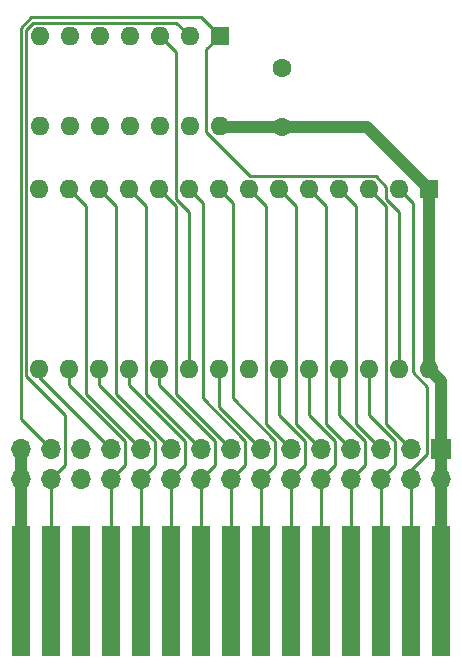
<source format=gbr>
%TF.GenerationSoftware,KiCad,Pcbnew,(6.0.5-0)*%
%TF.CreationDate,2022-07-04T15:33:58-04:00*%
%TF.ProjectId,SVI328MSX,53564933-3238-44d5-9358-2e6b69636164,rev?*%
%TF.SameCoordinates,Original*%
%TF.FileFunction,Copper,L1,Top*%
%TF.FilePolarity,Positive*%
%FSLAX46Y46*%
G04 Gerber Fmt 4.6, Leading zero omitted, Abs format (unit mm)*
G04 Created by KiCad (PCBNEW (6.0.5-0)) date 2022-07-04 15:33:58*
%MOMM*%
%LPD*%
G01*
G04 APERTURE LIST*
%TA.AperFunction,ConnectorPad*%
%ADD10R,1.500000X11.000000*%
%TD*%
%TA.AperFunction,ComponentPad*%
%ADD11R,1.600000X1.600000*%
%TD*%
%TA.AperFunction,ComponentPad*%
%ADD12O,1.600000X1.600000*%
%TD*%
%TA.AperFunction,ComponentPad*%
%ADD13C,1.600000*%
%TD*%
%TA.AperFunction,ComponentPad*%
%ADD14R,1.700000X1.700000*%
%TD*%
%TA.AperFunction,ComponentPad*%
%ADD15O,1.700000X1.700000*%
%TD*%
%TA.AperFunction,Conductor*%
%ADD16C,0.250000*%
%TD*%
%TA.AperFunction,Conductor*%
%ADD17C,1.000000*%
%TD*%
G04 APERTURE END LIST*
D10*
%TO.P,J1,2*%
%TO.N,VCC*%
X152240000Y-98000000D03*
%TO.P,J1,4*%
%TO.N,A12*%
X149700000Y-98000000D03*
%TO.P,J1,6*%
%TO.N,A13*%
X147160000Y-98000000D03*
%TO.P,J1,8*%
%TO.N,A8*%
X144620000Y-98000000D03*
%TO.P,J1,10*%
%TO.N,A9*%
X142080000Y-98000000D03*
%TO.P,J1,12*%
%TO.N,A11*%
X139540000Y-98000000D03*
%TO.P,J1,14*%
%TO.N,A2*%
X137000000Y-98000000D03*
%TO.P,J1,16*%
%TO.N,A1*%
X134460000Y-98000000D03*
%TO.P,J1,18*%
%TO.N,D7*%
X131920000Y-98000000D03*
%TO.P,J1,20*%
%TO.N,D6*%
X129380000Y-98000000D03*
%TO.P,J1,22*%
%TO.N,D5*%
X126840000Y-98000000D03*
%TO.P,J1,24*%
%TO.N,D4*%
X124300000Y-98000000D03*
%TO.P,J1,26*%
%TO.N,Net-(J1-Pad26)*%
X121760000Y-98000000D03*
%TO.P,J1,28*%
%TO.N,CS2*%
X119220000Y-98000000D03*
%TO.P,J1,30*%
%TO.N,GND*%
X116680000Y-98000000D03*
%TD*%
D11*
%TO.P,U2,1*%
%TO.N,CS1*%
X133500000Y-51000000D03*
D12*
%TO.P,U2,2*%
%TO.N,CS2*%
X130960000Y-51000000D03*
%TO.P,U2,3*%
%TO.N,Net-(U1-Pad20)*%
X128420000Y-51000000D03*
%TO.P,U2,4*%
%TO.N,GND*%
X125880000Y-51000000D03*
%TO.P,U2,5*%
X123340000Y-51000000D03*
%TO.P,U2,6*%
%TO.N,Net-(U2-Pad6)*%
X120800000Y-51000000D03*
%TO.P,U2,7*%
%TO.N,GND*%
X118260000Y-51000000D03*
%TO.P,U2,8*%
%TO.N,Net-(U2-Pad8)*%
X118260000Y-58620000D03*
%TO.P,U2,9*%
%TO.N,GND*%
X120800000Y-58620000D03*
%TO.P,U2,10*%
X123340000Y-58620000D03*
%TO.P,U2,11*%
%TO.N,Net-(U2-Pad11)*%
X125880000Y-58620000D03*
%TO.P,U2,12*%
%TO.N,GND*%
X128420000Y-58620000D03*
%TO.P,U2,13*%
X130960000Y-58620000D03*
%TO.P,U2,14*%
%TO.N,VCC*%
X133500000Y-58620000D03*
%TD*%
D11*
%TO.P,U1,1*%
%TO.N,VCC*%
X151250000Y-64000000D03*
D12*
%TO.P,U1,2*%
%TO.N,A12*%
X148710000Y-64000000D03*
%TO.P,U1,3*%
%TO.N,A7*%
X146170000Y-64000000D03*
%TO.P,U1,4*%
%TO.N,A6*%
X143630000Y-64000000D03*
%TO.P,U1,5*%
%TO.N,A5*%
X141090000Y-64000000D03*
%TO.P,U1,6*%
%TO.N,A4*%
X138550000Y-64000000D03*
%TO.P,U1,7*%
%TO.N,A3*%
X136010000Y-64000000D03*
%TO.P,U1,8*%
%TO.N,A2*%
X133470000Y-64000000D03*
%TO.P,U1,9*%
%TO.N,A1*%
X130930000Y-64000000D03*
%TO.P,U1,10*%
%TO.N,A0*%
X128390000Y-64000000D03*
%TO.P,U1,11*%
%TO.N,D0*%
X125850000Y-64000000D03*
%TO.P,U1,12*%
%TO.N,D1*%
X123310000Y-64000000D03*
%TO.P,U1,13*%
%TO.N,D2*%
X120770000Y-64000000D03*
%TO.P,U1,14*%
%TO.N,GND*%
X118230000Y-64000000D03*
%TO.P,U1,15*%
%TO.N,D3*%
X118230000Y-79240000D03*
%TO.P,U1,16*%
%TO.N,D4*%
X120770000Y-79240000D03*
%TO.P,U1,17*%
%TO.N,D5*%
X123310000Y-79240000D03*
%TO.P,U1,18*%
%TO.N,D6*%
X125850000Y-79240000D03*
%TO.P,U1,19*%
%TO.N,D7*%
X128390000Y-79240000D03*
%TO.P,U1,20*%
%TO.N,Net-(U1-Pad20)*%
X130930000Y-79240000D03*
%TO.P,U1,21*%
%TO.N,A10*%
X133470000Y-79240000D03*
%TO.P,U1,22*%
%TO.N,Net-(U1-Pad20)*%
X136010000Y-79240000D03*
%TO.P,U1,23*%
%TO.N,A11*%
X138550000Y-79240000D03*
%TO.P,U1,24*%
%TO.N,A9*%
X141090000Y-79240000D03*
%TO.P,U1,25*%
%TO.N,A8*%
X143630000Y-79240000D03*
%TO.P,U1,26*%
%TO.N,A13*%
X146170000Y-79240000D03*
%TO.P,U1,27*%
%TO.N,CS1*%
X148710000Y-79240000D03*
%TO.P,U1,28*%
%TO.N,VCC*%
X151250000Y-79240000D03*
%TD*%
D13*
%TO.P,C1,1*%
%TO.N,VCC*%
X138750000Y-58750000D03*
%TO.P,C1,2*%
%TO.N,GND*%
X138750000Y-53750000D03*
%TD*%
D14*
%TO.P,J2,1*%
%TO.N,VCC*%
X152250000Y-86000000D03*
D15*
%TO.P,J2,2*%
X152250000Y-88540000D03*
%TO.P,J2,3*%
%TO.N,A7*%
X149710000Y-86000000D03*
%TO.P,J2,4*%
%TO.N,A12*%
X149710000Y-88540000D03*
%TO.P,J2,5*%
%TO.N,A6*%
X147170000Y-86000000D03*
%TO.P,J2,6*%
%TO.N,A13*%
X147170000Y-88540000D03*
%TO.P,J2,7*%
%TO.N,A5*%
X144630000Y-86000000D03*
%TO.P,J2,8*%
%TO.N,A8*%
X144630000Y-88540000D03*
%TO.P,J2,9*%
%TO.N,A4*%
X142090000Y-86000000D03*
%TO.P,J2,10*%
%TO.N,A9*%
X142090000Y-88540000D03*
%TO.P,J2,11*%
%TO.N,A3*%
X139550000Y-86000000D03*
%TO.P,J2,12*%
%TO.N,A11*%
X139550000Y-88540000D03*
%TO.P,J2,13*%
%TO.N,A10*%
X137010000Y-86000000D03*
%TO.P,J2,14*%
%TO.N,A2*%
X137010000Y-88540000D03*
%TO.P,J2,15*%
%TO.N,A0*%
X134470000Y-86000000D03*
%TO.P,J2,16*%
%TO.N,A1*%
X134470000Y-88540000D03*
%TO.P,J2,17*%
%TO.N,D0*%
X131930000Y-86000000D03*
%TO.P,J2,18*%
%TO.N,D7*%
X131930000Y-88540000D03*
%TO.P,J2,19*%
%TO.N,D1*%
X129390000Y-86000000D03*
%TO.P,J2,20*%
%TO.N,D6*%
X129390000Y-88540000D03*
%TO.P,J2,21*%
%TO.N,D2*%
X126850000Y-86000000D03*
%TO.P,J2,22*%
%TO.N,D5*%
X126850000Y-88540000D03*
%TO.P,J2,23*%
%TO.N,D3*%
X124310000Y-86000000D03*
%TO.P,J2,24*%
%TO.N,D4*%
X124310000Y-88540000D03*
%TO.P,J2,25*%
%TO.N,Net-(J2-Pad25)*%
X121770000Y-86000000D03*
%TO.P,J2,26*%
%TO.N,Net-(J2-Pad26)*%
X121770000Y-88540000D03*
%TO.P,J2,27*%
%TO.N,CS1*%
X119230000Y-86000000D03*
%TO.P,J2,28*%
%TO.N,CS2*%
X119230000Y-88540000D03*
%TO.P,J2,29*%
%TO.N,GND*%
X116690000Y-86000000D03*
%TO.P,J2,30*%
X116690000Y-88540000D03*
%TD*%
D16*
%TO.N,A0*%
X129804999Y-81334999D02*
X129804999Y-65414999D01*
X129804999Y-65414999D02*
X128390000Y-64000000D01*
X134470000Y-86000000D02*
X129804999Y-81334999D01*
%TO.N,A10*%
X137010000Y-86000000D02*
X133470000Y-82460000D01*
X133470000Y-82460000D02*
X133470000Y-79240000D01*
%TO.N,A3*%
X137424999Y-83874999D02*
X137424999Y-65414999D01*
X137424999Y-65414999D02*
X136010000Y-64000000D01*
X139550000Y-86000000D02*
X137424999Y-83874999D01*
%TO.N,A4*%
X142090000Y-86000000D02*
X139964999Y-83874999D01*
X139964999Y-83874999D02*
X139964999Y-65414999D01*
X139964999Y-65414999D02*
X138550000Y-64000000D01*
%TO.N,A5*%
X142504999Y-83874999D02*
X142504999Y-65414999D01*
X142504999Y-65414999D02*
X141090000Y-64000000D01*
X144630000Y-86000000D02*
X142504999Y-83874999D01*
%TO.N,A6*%
X145044999Y-83874999D02*
X145044999Y-65414999D01*
X147170000Y-86000000D02*
X145044999Y-83874999D01*
X145044999Y-65414999D02*
X143630000Y-64000000D01*
%TO.N,A7*%
X147584999Y-83874999D02*
X147584999Y-65414999D01*
X147584999Y-65414999D02*
X146170000Y-64000000D01*
X149710000Y-86000000D02*
X147584999Y-83874999D01*
D17*
%TO.N,VCC*%
X152250000Y-87500000D02*
X152250000Y-80240000D01*
X152240000Y-98000000D02*
X152240000Y-87510000D01*
D16*
X152240000Y-86010000D02*
X152250000Y-86000000D01*
D17*
X152250000Y-80240000D02*
X151250000Y-79240000D01*
X146000000Y-58750000D02*
X138750000Y-58750000D01*
X138750000Y-58750000D02*
X133630000Y-58750000D01*
D16*
X133630000Y-58750000D02*
X133500000Y-58620000D01*
D17*
X151250000Y-64000000D02*
X146000000Y-58750000D01*
X151250000Y-79240000D02*
X151250000Y-64000000D01*
D16*
%TO.N,CS2*%
X117104999Y-79780001D02*
X117104999Y-50489999D01*
X117104999Y-50489999D02*
X117719999Y-49874999D01*
X129834999Y-49874999D02*
X130960000Y-51000000D01*
X119220000Y-98000000D02*
X119220000Y-88550000D01*
X120405001Y-83080003D02*
X117104999Y-79780001D01*
X117719999Y-49874999D02*
X129834999Y-49874999D01*
X120405001Y-87364999D02*
X120405001Y-83080003D01*
X119230000Y-88540000D02*
X120405001Y-87364999D01*
X119220000Y-88550000D02*
X119230000Y-88540000D01*
%TO.N,CS1*%
X117533599Y-49424989D02*
X131924989Y-49424989D01*
X131924989Y-49424989D02*
X133500000Y-51000000D01*
X132374999Y-52125001D02*
X132374999Y-59160001D01*
X116654990Y-83424990D02*
X116654990Y-50303598D01*
X133500000Y-51000000D02*
X132374999Y-52125001D01*
X132374999Y-59160001D02*
X136089997Y-62874999D01*
X147584999Y-63749997D02*
X147584999Y-64778589D01*
X136089997Y-62874999D02*
X146710001Y-62874999D01*
X119230000Y-86000000D02*
X116654990Y-83424990D01*
X146710001Y-62874999D02*
X147584999Y-63749997D01*
X148710000Y-65903590D02*
X148710000Y-79240000D01*
X147584999Y-64778589D02*
X148710000Y-65903590D01*
X116654990Y-50303598D02*
X117533599Y-49424989D01*
D17*
%TO.N,GND*%
X116700000Y-97190000D02*
X116700000Y-86700000D01*
D16*
X116680000Y-86010000D02*
X116690000Y-86000000D01*
%TO.N,D2*%
X122184999Y-81334999D02*
X122184999Y-65414999D01*
X126850000Y-86000000D02*
X122184999Y-81334999D01*
X122184999Y-65414999D02*
X120770000Y-64000000D01*
%TO.N,A13*%
X148345001Y-85275001D02*
X146170000Y-83100000D01*
X147170000Y-88540000D02*
X148345001Y-87364999D01*
X148345001Y-87364999D02*
X148345001Y-85271411D01*
X147160000Y-98000000D02*
X147160000Y-88550000D01*
X147160000Y-88550000D02*
X147170000Y-88540000D01*
X146170000Y-83100000D02*
X146170000Y-79240000D01*
%TO.N,D1*%
X129390000Y-86000000D02*
X124724999Y-81334999D01*
X124724999Y-81334999D02*
X124724999Y-65414999D01*
X124724999Y-65414999D02*
X123310000Y-64000000D01*
%TO.N,A8*%
X144620000Y-98000000D02*
X144620000Y-88550000D01*
X143630000Y-83096410D02*
X143630000Y-79240000D01*
X145805001Y-87364999D02*
X145805001Y-85271411D01*
X145805001Y-85271411D02*
X143630000Y-83096410D01*
X144630000Y-88540000D02*
X145805001Y-87364999D01*
X144620000Y-88550000D02*
X144630000Y-88540000D01*
%TO.N,D0*%
X127264999Y-81334999D02*
X127264999Y-65414999D01*
X131930000Y-86000000D02*
X127264999Y-81334999D01*
X127264999Y-65414999D02*
X125850000Y-64000000D01*
%TO.N,A9*%
X143265001Y-87364999D02*
X143265001Y-85271411D01*
X143265001Y-85271411D02*
X141090000Y-83096410D01*
X142080000Y-88550000D02*
X142090000Y-88540000D01*
X142090000Y-88540000D02*
X143265001Y-87364999D01*
X141090000Y-83096410D02*
X141090000Y-79240000D01*
X142080000Y-98000000D02*
X142080000Y-88550000D01*
%TO.N,A11*%
X139540000Y-98000000D02*
X139540000Y-88550000D01*
X139540000Y-88550000D02*
X139550000Y-88540000D01*
X139550000Y-88540000D02*
X140725001Y-87364999D01*
X138550000Y-83096410D02*
X138550000Y-79240000D01*
X140725001Y-87364999D02*
X140725001Y-85271411D01*
X140725001Y-85271411D02*
X138550000Y-83096410D01*
%TO.N,A1*%
X135645001Y-85271411D02*
X132055001Y-81681411D01*
X134460000Y-98000000D02*
X134460000Y-88550000D01*
X132055001Y-65125001D02*
X130930000Y-64000000D01*
X132055001Y-81681411D02*
X132055001Y-65125001D01*
X134470000Y-88540000D02*
X135645001Y-87364999D01*
X135645001Y-87364999D02*
X135645001Y-85271411D01*
X134460000Y-88550000D02*
X134470000Y-88540000D01*
%TO.N,A2*%
X137000000Y-88550000D02*
X137010000Y-88540000D01*
X137010000Y-88540000D02*
X138185001Y-87364999D01*
X134595001Y-81681411D02*
X134595001Y-65125001D01*
X134595001Y-65125001D02*
X133470000Y-64000000D01*
X138185001Y-85271411D02*
X134595001Y-81681411D01*
X137000000Y-98000000D02*
X137000000Y-88550000D01*
X138185001Y-87364999D02*
X138185001Y-85271411D01*
%TO.N,D7*%
X128390000Y-80556410D02*
X128390000Y-79240000D01*
X131920000Y-98000000D02*
X131920000Y-88550000D01*
X133105001Y-85271411D02*
X128390000Y-80556410D01*
X131930000Y-88540000D02*
X133105001Y-87364999D01*
X131920000Y-88550000D02*
X131930000Y-88540000D01*
X133105001Y-87364999D02*
X133105001Y-85271411D01*
%TO.N,D6*%
X129380000Y-88550000D02*
X129390000Y-88540000D01*
X130565001Y-87364999D02*
X130565001Y-85271411D01*
X125850000Y-80556410D02*
X125850000Y-79240000D01*
X129380000Y-98000000D02*
X129380000Y-88550000D01*
X129390000Y-88540000D02*
X130565001Y-87364999D01*
X130565001Y-85271411D02*
X125850000Y-80556410D01*
%TO.N,D5*%
X128025001Y-87364999D02*
X128025001Y-85271411D01*
X128025001Y-85271411D02*
X123310000Y-80556410D01*
X126840000Y-88550000D02*
X126850000Y-88540000D01*
X126840000Y-98000000D02*
X126840000Y-88550000D01*
X126850000Y-88540000D02*
X128025001Y-87364999D01*
X123310000Y-80556410D02*
X123310000Y-79240000D01*
%TO.N,D4*%
X124310000Y-88540000D02*
X125485001Y-87364999D01*
X120770000Y-80556410D02*
X120770000Y-79240000D01*
X124300000Y-98000000D02*
X124300000Y-88550000D01*
X124300000Y-88550000D02*
X124310000Y-88540000D01*
X125485001Y-85271411D02*
X120770000Y-80556410D01*
X125485001Y-87364999D02*
X125485001Y-85271411D01*
%TO.N,A12*%
X149710000Y-87739002D02*
X151074999Y-86374003D01*
X149835001Y-65125001D02*
X148710000Y-64000000D01*
X151074999Y-86374003D02*
X151074999Y-80730001D01*
X149835001Y-79490003D02*
X149835001Y-65125001D01*
X149710000Y-88540000D02*
X149710000Y-87739002D01*
X151074999Y-80730001D02*
X149835001Y-79490003D01*
X149700000Y-98000000D02*
X149700000Y-88550000D01*
X149700000Y-88550000D02*
X149710000Y-88540000D01*
%TO.N,D3*%
X124310000Y-86000000D02*
X118230000Y-79920000D01*
X118230000Y-79920000D02*
X118230000Y-79240000D01*
%TO.N,Net-(U1-Pad20)*%
X129804999Y-64778589D02*
X130930000Y-65903590D01*
X130930000Y-65903590D02*
X130930000Y-79240000D01*
X129804999Y-52384999D02*
X129804999Y-64778589D01*
X128420000Y-51000000D02*
X129804999Y-52384999D01*
%TD*%
M02*

</source>
